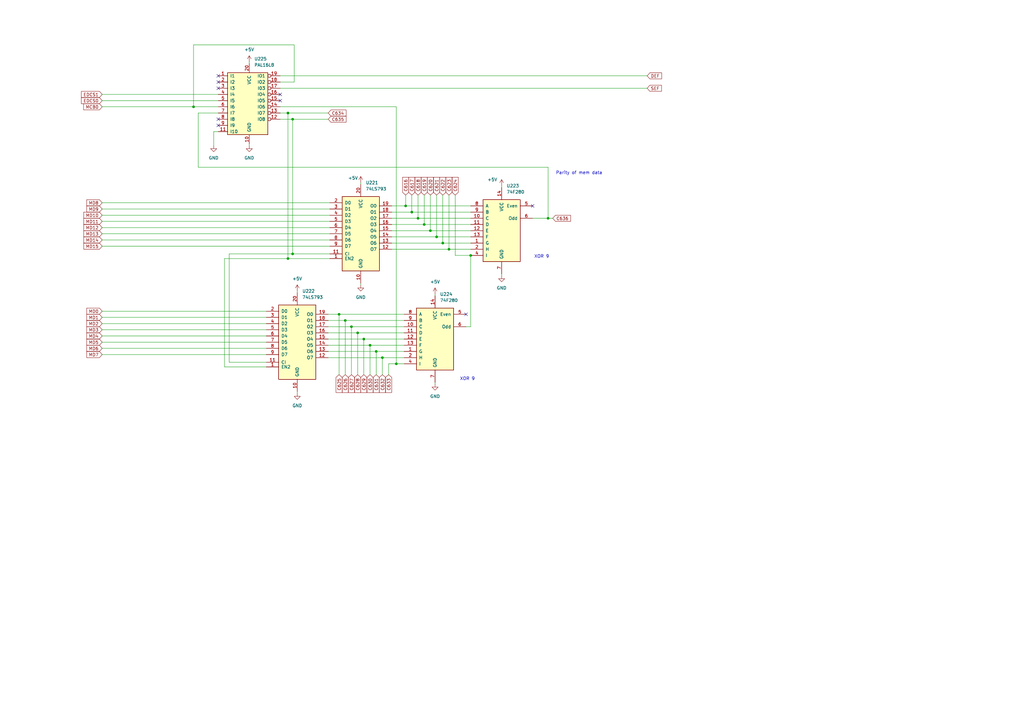
<source format=kicad_sch>
(kicad_sch (version 20211123) (generator eeschema)
  (paper "A3")
  (lib_symbols
    (symbol "74xx:74LS280" (pin_names (offset 1.016))
      (property "Reference" "U" (at -7.62 13.97 0))
      (property "Value" "74LS280" (at -7.62 -13.97 0))
      (symbol "74LS280_1_0"
        (pin input line (at -12.7 -5.08 0) (length 5.08) (name "G") (number "1"))
        (pin input line (at -12.7 5.08 0) (length 5.08) (name "C") (number "10"))
        (pin input line (at -12.7 2.54 0) (length 5.08) (name "D") (number "11"))
        (pin input line (at -12.7 0 0) (length 5.08) (name "E") (number "12"))
        (pin input line (at -12.7 -2.54 0) (length 5.08) (name "F") (number "13"))
        (pin power_in line (at 0 17.78 270) (length 5.08) (name "VCC") (number "14"))
        (pin input line (at -12.7 -7.62 0) (length 5.08) (name "H") (number "2"))
        (pin input line (at -12.7 -10.16 0) (length 5.08) (name "I") (number "4"))
        (pin output line (at 12.7 10.16 180) (length 5.08) (name "Even") (number "5"))
        (pin output line (at 12.7 5.08 180) (length 5.08) (name "Odd") (number "6"))
        (pin power_in line (at 0 -17.78 90) (length 5.08) (name "GND") (number "7"))
        (pin input line (at -12.7 10.16 0) (length 5.08) (name "A") (number "8"))
        (pin input line (at -12.7 7.62 0) (length 5.08) (name "B") (number "9"))
      )
      (symbol "74LS280_1_1"
        (rectangle (start -7.62 12.7) (end 7.62 -12.7) (stroke (width 0.254)) (fill (type background)))
        (pin no_connect line (at 7.62 0 180) (length 2.54) hide (name "NC") (number "3"))
      )
    )
    (symbol "Logic_Programmable:PAL16L8" (pin_names (offset 1.016))
      (property "Reference" "U" (at -8.89 16.51 0))
      (property "Value" "PAL16L8" (at 1.27 16.51 0))
      (symbol "PAL16L8_0_0"
        (pin power_in line (at 0 -15.24 90) (length 3.81) (name "GND") (number "10"))
        (pin power_in line (at 0 17.78 270) (length 3.81) (name "VCC") (number "20"))
      )
      (symbol "PAL16L8_0_1"
        (rectangle (start -8.89 13.97) (end 7.62 -11.43) (stroke (width 0.254)) (fill (type background)))
      )
      (symbol "PAL16L8_1_1"
        (pin input line (at -12.7 12.7 0) (length 3.81) (name "I1") (number "1"))
        (pin input line (at -12.7 -10.16 0) (length 3.81) (name "I10") (number "11"))
        (pin tri_state inverted (at 12.7 -5.08 180) (length 5.08) (name "IO8") (number "12"))
        (pin tri_state inverted (at 12.7 -2.54 180) (length 5.08) (name "IO7") (number "13"))
        (pin tri_state inverted (at 12.7 0 180) (length 5.08) (name "IO6") (number "14"))
        (pin tri_state inverted (at 12.7 2.54 180) (length 5.08) (name "IO5") (number "15"))
        (pin tri_state inverted (at 12.7 5.08 180) (length 5.08) (name "IO4") (number "16"))
        (pin tri_state inverted (at 12.7 7.62 180) (length 5.08) (name "I03") (number "17"))
        (pin tri_state inverted (at 12.7 10.16 180) (length 5.08) (name "IO2") (number "18"))
        (pin tri_state inverted (at 12.7 12.7 180) (length 5.08) (name "IO1") (number "19"))
        (pin input line (at -12.7 10.16 0) (length 3.81) (name "I2") (number "2"))
        (pin input line (at -12.7 7.62 0) (length 3.81) (name "I3") (number "3"))
        (pin input line (at -12.7 5.08 0) (length 3.81) (name "I4") (number "4"))
        (pin input line (at -12.7 2.54 0) (length 3.81) (name "I5") (number "5"))
        (pin input line (at -12.7 0 0) (length 3.81) (name "I6") (number "6"))
        (pin input line (at -12.7 -2.54 0) (length 3.81) (name "I7") (number "7"))
        (pin input line (at -12.7 -5.08 0) (length 3.81) (name "I8") (number "8"))
        (pin input line (at -12.7 -7.62 0) (length 3.81) (name "I9") (number "9"))
      )
    )
    (symbol "power:+5V" (power) (pin_names (offset 0))
      (property "Value" "+5V" (at 0 3.556 0))
      (symbol "+5V_0_1"
        (polyline (pts (xy -0.762 1.27) (xy 0 2.54)))
        (polyline (pts (xy 0 0) (xy 0 2.54)))
        (polyline (pts (xy 0 2.54) (xy 0.762 1.27)))
      )
      (symbol "+5V_1_1"
        (pin power_in line (at 0 0 90) (length 0) hide (name "+5V") (number "1"))
      )
    )
    (symbol "power:GND" (power) (pin_names (offset 0))
      (property "Value" "GND" (at 0 -3.81 0))
      (symbol "GND_0_1"
        (polyline (pts (xy 0 0) (xy 0 -1.27) (xy 1.27 -1.27) (xy 0 -2.54) (xy -1.27 -1.27) (xy 0 -1.27)))
      )
      (symbol "GND_1_1"
        (pin power_in line (at 0 0 270) (length 0) hide (name "GND") (number "1"))
      )
    )
    (symbol "x37:74LS793" (pin_names (offset 1.016))
      (property "Reference" "U" (at -7.62 16.51 0))
      (property "Value" "74LS793" (at -7.62 -16.51 0))
      (symbol "74LS793_1_0"
        (pin input line (at -12.7 -10.16 0) (length 5.08) (name "EN2") (number "1"))
        (pin power_in line (at 0 -20.32 90) (length 5.08) (name "GND") (number "10"))
        (pin tri_state line (at -12.7 -8.255 0) (length 5.08) (name "CI") (number "11"))
        (pin output line (at 12.7 -6.35 180) (length 5.08) (name "O7") (number "12"))
        (pin output line (at 12.7 -3.81 180) (length 5.08) (name "O6") (number "13"))
        (pin output line (at 12.7 -1.27 180) (length 5.08) (name "O5") (number "14"))
        (pin output line (at 12.7 1.27 180) (length 5.08) (name "O4") (number "15"))
        (pin output line (at 12.7 3.81 180) (length 5.08) (name "O3") (number "16"))
        (pin output line (at 12.7 6.35 180) (length 5.08) (name "O2") (number "17"))
        (pin output line (at 12.7 8.89 180) (length 5.08) (name "O1") (number "18"))
        (pin output line (at 12.7 11.43 180) (length 5.08) (name "O0") (number "19"))
        (pin tri_state line (at -12.7 12.7 0) (length 5.08) (name "D0") (number "2"))
        (pin power_in line (at 0 20.32 270) (length 5.08) (name "VCC") (number "20"))
        (pin tri_state line (at -12.7 10.16 0) (length 5.08) (name "D1") (number "3"))
        (pin tri_state line (at -12.7 7.62 0) (length 5.08) (name "D2") (number "4"))
        (pin tri_state line (at -12.7 5.08 0) (length 5.08) (name "D3") (number "5"))
        (pin tri_state line (at -12.7 2.54 0) (length 5.08) (name "D4") (number "6"))
        (pin tri_state line (at -12.7 0 0) (length 5.08) (name "D5") (number "7"))
        (pin tri_state line (at -12.7 -2.54 0) (length 5.08) (name "D6") (number "8"))
        (pin tri_state line (at -12.7 -5.08 0) (length 5.08) (name "D7") (number "9"))
      )
      (symbol "74LS793_1_1"
        (rectangle (start -7.62 15.24) (end 7.62 -15.24) (stroke (width 0.254)) (fill (type background)))
      )
    )
  )
  (junction (at 149.225 139.065))
  (junction (at 162.56 149.225))
  (junction (at 184.15 102.235))
  (junction (at 120.015 48.895))
  (junction (at 118.11 106.045))
  (junction (at 139.065 128.905))
  (junction (at 179.07 97.155))
  (junction (at 173.99 92.075))
  (junction (at 171.45 89.535))
  (junction (at 224.79 89.535))
  (junction (at 176.53 94.615))
  (junction (at 166.37 84.455))
  (junction (at 118.11 46.355))
  (junction (at 141.605 131.445))
  (junction (at 193.04 104.775))
  (junction (at 79.375 43.815))
  (junction (at 154.305 144.145))
  (junction (at 181.61 99.695))
  (junction (at 151.765 141.605))
  (junction (at 146.685 136.525))
  (junction (at 168.91 86.995))
  (junction (at 144.145 133.985))
  (junction (at 120.015 104.14))
  (junction (at 156.845 146.685))
  (no_connect (at 89.535 33.655))
  (no_connect (at 114.935 41.275))
  (no_connect (at 218.44 84.455))
  (no_connect (at 191.135 128.905))
  (no_connect (at 89.535 36.195))
  (no_connect (at 89.535 31.115))
  (no_connect (at 89.535 48.895))
  (no_connect (at 89.535 51.435))
  (no_connect (at 114.935 38.735))
  (wire (pts (xy 41.91 85.725) (xy 135.255 85.725)))
  (wire (pts (xy 81.28 46.355) (xy 89.535 46.355)))
  (wire (pts (xy 149.225 139.065) (xy 165.735 139.065)))
  (wire (pts (xy 176.53 94.615) (xy 193.04 94.615)))
  (wire (pts (xy 159.385 149.225) (xy 162.56 149.225)))
  (wire (pts (xy 120.015 104.14) (xy 120.015 48.895)))
  (wire (pts (xy 154.305 153.67) (xy 154.305 144.145)))
  (wire (pts (xy 41.91 132.715) (xy 109.22 132.715)))
  (wire (pts (xy 191.135 133.985) (xy 193.04 133.985)))
  (wire (pts (xy 154.305 144.145) (xy 165.735 144.145)))
  (wire (pts (xy 224.79 68.58) (xy 81.28 68.58)))
  (wire (pts (xy 179.07 80.01) (xy 179.07 97.155)))
  (wire (pts (xy 139.065 128.905) (xy 165.735 128.905)))
  (wire (pts (xy 162.56 43.815) (xy 162.56 149.225)))
  (wire (pts (xy 149.225 153.67) (xy 149.225 139.065)))
  (wire (pts (xy 114.935 43.815) (xy 162.56 43.815)))
  (wire (pts (xy 41.91 142.875) (xy 109.22 142.875)))
  (wire (pts (xy 147.955 74.93) (xy 147.955 75.565)))
  (wire (pts (xy 92.075 150.495) (xy 92.075 106.045)))
  (wire (pts (xy 87.63 53.975) (xy 89.535 53.975)))
  (wire (pts (xy 134.62 139.065) (xy 149.225 139.065)))
  (wire (pts (xy 109.22 148.59) (xy 93.98 148.59)))
  (wire (pts (xy 224.79 89.535) (xy 224.79 68.58)))
  (wire (pts (xy 41.91 93.345) (xy 135.255 93.345)))
  (wire (pts (xy 92.075 150.495) (xy 109.22 150.495)))
  (wire (pts (xy 178.435 156.845) (xy 178.435 157.48)))
  (wire (pts (xy 144.145 153.67) (xy 144.145 133.985)))
  (wire (pts (xy 92.075 106.045) (xy 118.11 106.045)))
  (wire (pts (xy 93.98 104.14) (xy 120.015 104.14)))
  (wire (pts (xy 121.92 119.38) (xy 121.92 120.015)))
  (wire (pts (xy 193.04 104.775) (xy 193.04 133.985)))
  (wire (pts (xy 141.605 153.67) (xy 141.605 131.445)))
  (wire (pts (xy 41.91 98.425) (xy 135.255 98.425)))
  (wire (pts (xy 205.74 76.2) (xy 205.74 76.835)))
  (wire (pts (xy 79.375 18.415) (xy 120.65 18.415)))
  (wire (pts (xy 134.62 141.605) (xy 151.765 141.605)))
  (wire (pts (xy 41.91 43.815) (xy 79.375 43.815)))
  (wire (pts (xy 184.15 102.235) (xy 193.04 102.235)))
  (wire (pts (xy 118.11 106.045) (xy 135.255 106.045)))
  (wire (pts (xy 141.605 131.445) (xy 165.735 131.445)))
  (wire (pts (xy 166.37 80.01) (xy 166.37 84.455)))
  (wire (pts (xy 160.655 102.235) (xy 184.15 102.235)))
  (wire (pts (xy 160.655 99.695) (xy 181.61 99.695)))
  (wire (pts (xy 151.765 153.67) (xy 151.765 141.605)))
  (wire (pts (xy 156.845 153.67) (xy 156.845 146.685)))
  (wire (pts (xy 135.255 104.14) (xy 120.015 104.14)))
  (wire (pts (xy 160.655 86.995) (xy 168.91 86.995)))
  (wire (pts (xy 171.45 89.535) (xy 193.04 89.535)))
  (wire (pts (xy 218.44 89.535) (xy 224.79 89.535)))
  (wire (pts (xy 87.63 59.69) (xy 87.63 53.975)))
  (wire (pts (xy 120.65 18.415) (xy 120.65 33.655)))
  (wire (pts (xy 114.935 31.115) (xy 265.43 31.115)))
  (wire (pts (xy 102.235 59.055) (xy 102.235 59.69)))
  (wire (pts (xy 134.62 131.445) (xy 141.605 131.445)))
  (wire (pts (xy 184.15 80.01) (xy 184.15 102.235)))
  (wire (pts (xy 118.11 46.355) (xy 134.62 46.355)))
  (wire (pts (xy 41.91 145.415) (xy 109.22 145.415)))
  (wire (pts (xy 160.655 89.535) (xy 171.45 89.535)))
  (wire (pts (xy 159.385 153.67) (xy 159.385 149.225)))
  (wire (pts (xy 186.69 104.775) (xy 193.04 104.775)))
  (wire (pts (xy 41.91 88.265) (xy 135.255 88.265)))
  (wire (pts (xy 41.91 135.255) (xy 109.22 135.255)))
  (wire (pts (xy 205.74 112.395) (xy 205.74 113.03)))
  (wire (pts (xy 41.91 90.805) (xy 135.255 90.805)))
  (wire (pts (xy 41.91 100.965) (xy 135.255 100.965)))
  (wire (pts (xy 41.91 137.795) (xy 109.22 137.795)))
  (wire (pts (xy 144.145 133.985) (xy 165.735 133.985)))
  (wire (pts (xy 156.845 146.685) (xy 165.735 146.685)))
  (wire (pts (xy 160.655 97.155) (xy 179.07 97.155)))
  (wire (pts (xy 121.92 160.655) (xy 121.92 161.29)))
  (wire (pts (xy 146.685 153.67) (xy 146.685 136.525)))
  (wire (pts (xy 118.11 46.355) (xy 118.11 106.045)))
  (wire (pts (xy 134.62 146.685) (xy 156.845 146.685)))
  (wire (pts (xy 186.69 104.775) (xy 186.69 80.01)))
  (wire (pts (xy 134.62 136.525) (xy 146.685 136.525)))
  (wire (pts (xy 41.91 83.185) (xy 135.255 83.185)))
  (wire (pts (xy 79.375 43.815) (xy 89.535 43.815)))
  (wire (pts (xy 41.91 127.635) (xy 109.22 127.635)))
  (wire (pts (xy 151.765 141.605) (xy 165.735 141.605)))
  (wire (pts (xy 134.62 144.145) (xy 154.305 144.145)))
  (wire (pts (xy 160.655 84.455) (xy 166.37 84.455)))
  (wire (pts (xy 114.935 36.195) (xy 265.43 36.195)))
  (wire (pts (xy 168.91 86.995) (xy 193.04 86.995)))
  (wire (pts (xy 134.62 133.985) (xy 144.145 133.985)))
  (wire (pts (xy 179.07 97.155) (xy 193.04 97.155)))
  (wire (pts (xy 162.56 149.225) (xy 165.735 149.225)))
  (wire (pts (xy 168.91 80.01) (xy 168.91 86.995)))
  (wire (pts (xy 102.235 25.4) (xy 102.235 26.035)))
  (wire (pts (xy 146.685 136.525) (xy 165.735 136.525)))
  (wire (pts (xy 224.79 89.535) (xy 226.695 89.535)))
  (wire (pts (xy 93.98 148.59) (xy 93.98 104.14)))
  (wire (pts (xy 181.61 80.01) (xy 181.61 99.695)))
  (wire (pts (xy 166.37 84.455) (xy 193.04 84.455)))
  (wire (pts (xy 41.91 130.175) (xy 109.22 130.175)))
  (wire (pts (xy 79.375 43.815) (xy 79.375 18.415)))
  (wire (pts (xy 171.45 80.01) (xy 171.45 89.535)))
  (wire (pts (xy 41.91 38.735) (xy 89.535 38.735)))
  (wire (pts (xy 139.065 128.905) (xy 139.065 153.67)))
  (wire (pts (xy 120.015 48.895) (xy 134.62 48.895)))
  (wire (pts (xy 41.91 41.275) (xy 89.535 41.275)))
  (wire (pts (xy 41.91 95.885) (xy 135.255 95.885)))
  (wire (pts (xy 173.99 80.01) (xy 173.99 92.075)))
  (wire (pts (xy 81.28 68.58) (xy 81.28 46.355)))
  (wire (pts (xy 181.61 99.695) (xy 193.04 99.695)))
  (wire (pts (xy 120.65 33.655) (xy 114.935 33.655)))
  (wire (pts (xy 41.91 140.335) (xy 109.22 140.335)))
  (wire (pts (xy 114.935 48.895) (xy 120.015 48.895)))
  (wire (pts (xy 147.955 116.205) (xy 147.955 116.84)))
  (wire (pts (xy 178.435 120.65) (xy 178.435 121.285)))
  (wire (pts (xy 173.99 92.075) (xy 193.04 92.075)))
  (wire (pts (xy 160.655 94.615) (xy 176.53 94.615)))
  (wire (pts (xy 134.62 128.905) (xy 139.065 128.905)))
  (wire (pts (xy 176.53 80.01) (xy 176.53 94.615)))
  (wire (pts (xy 114.935 46.355) (xy 118.11 46.355)))
  (wire (pts (xy 160.655 92.075) (xy 173.99 92.075)))
  (text "XOR 9\n" (at 188.595 156.21 0) (effects (font (size 1.27 1.27)) (justify left bottom)))
  (text "XOR 9\n" (at 219.075 106.045 0) (effects (font (size 1.27 1.27)) (justify left bottom)))
  (text "Parity of mem data" (at 227.965 71.755 0) (effects (font (size 1.27 1.27)) (justify left bottom)))
  (global_label "C630" (shape input) (at 151.765 153.67 270) (property "Intersheet References" "${INTERSHEET_REFS}" (effects hide)))
  (global_label "DEF" (shape input) (at 265.43 31.115 0) (property "Intersheet References" "${INTERSHEET_REFS}" (effects hide)))
  (global_label "MD3" (shape input) (at 41.91 135.255 180) (property "Intersheet References" "${INTERSHEET_REFS}" (effects hide)))
  (global_label "MD6" (shape input) (at 41.91 142.875 180) (property "Intersheet References" "${INTERSHEET_REFS}" (effects hide)))
  (global_label "C629" (shape input) (at 149.225 153.67 270) (property "Intersheet References" "${INTERSHEET_REFS}" (effects hide)))
  (global_label "MD9" (shape input) (at 41.91 85.725 180) (property "Intersheet References" "${INTERSHEET_REFS}" (effects hide)))
  (global_label "MD11" (shape input) (at 41.91 90.805 180) (property "Intersheet References" "${INTERSHEET_REFS}" (effects hide)))
  (global_label "MD10" (shape input) (at 41.91 88.265 180) (property "Intersheet References" "${INTERSHEET_REFS}" (effects hide)))
  (global_label "MD13" (shape input) (at 41.91 95.885 180) (property "Intersheet References" "${INTERSHEET_REFS}" (effects hide)))
  (global_label "MD5" (shape input) (at 41.91 140.335 180) (property "Intersheet References" "${INTERSHEET_REFS}" (effects hide)))
  (global_label "C624" (shape input) (at 186.69 80.01 90) (property "Intersheet References" "${INTERSHEET_REFS}" (effects hide)))
  (global_label "MD1" (shape input) (at 41.91 130.175 180) (property "Intersheet References" "${INTERSHEET_REFS}" (effects hide)))
  (global_label "MD0" (shape input) (at 41.91 127.635 180) (property "Intersheet References" "${INTERSHEET_REFS}" (effects hide)))
  (global_label "MCB0" (shape input) (at 41.91 43.815 180) (property "Intersheet References" "${INTERSHEET_REFS}" (effects hide)))
  (global_label "C625" (shape input) (at 139.065 153.67 270) (property "Intersheet References" "${INTERSHEET_REFS}" (effects hide)))
  (global_label "MD7" (shape input) (at 41.91 145.415 180) (property "Intersheet References" "${INTERSHEET_REFS}" (effects hide)))
  (global_label "C623" (shape input) (at 184.15 80.01 90) (property "Intersheet References" "${INTERSHEET_REFS}" (effects hide)))
  (global_label "C622" (shape input) (at 181.61 80.01 90) (property "Intersheet References" "${INTERSHEET_REFS}" (effects hide)))
  (global_label "C632" (shape input) (at 156.845 153.67 270) (property "Intersheet References" "${INTERSHEET_REFS}" (effects hide)))
  (global_label "C619" (shape input) (at 173.99 80.01 90) (property "Intersheet References" "${INTERSHEET_REFS}" (effects hide)))
  (global_label "MD14" (shape input) (at 41.91 98.425 180) (property "Intersheet References" "${INTERSHEET_REFS}" (effects hide)))
  (global_label "C626" (shape input) (at 141.605 153.67 270) (property "Intersheet References" "${INTERSHEET_REFS}" (effects hide)))
  (global_label "C618" (shape input) (at 171.45 80.01 90) (property "Intersheet References" "${INTERSHEET_REFS}" (effects hide)))
  (global_label "C631" (shape input) (at 154.305 153.67 270) (property "Intersheet References" "${INTERSHEET_REFS}" (effects hide)))
  (global_label "MD15" (shape input) (at 41.91 100.965 180) (property "Intersheet References" "${INTERSHEET_REFS}" (effects hide)))
  (global_label "MD12" (shape input) (at 41.91 93.345 180) (property "Intersheet References" "${INTERSHEET_REFS}" (effects hide)))
  (global_label "C634" (shape input) (at 134.62 46.355 0) (property "Intersheet References" "${INTERSHEET_REFS}" (effects hide)))
  (global_label "C633" (shape input) (at 159.385 153.67 270) (property "Intersheet References" "${INTERSHEET_REFS}" (effects hide)))
  (global_label "MD8" (shape input) (at 41.91 83.185 180) (property "Intersheet References" "${INTERSHEET_REFS}" (effects hide)))
  (global_label "EDCS0" (shape input) (at 41.91 41.275 180) (property "Intersheet References" "${INTERSHEET_REFS}" (effects hide)))
  (global_label "C621" (shape input) (at 179.07 80.01 90) (property "Intersheet References" "${INTERSHEET_REFS}" (effects hide)))
  (global_label "C628" (shape input) (at 146.685 153.67 270) (property "Intersheet References" "${INTERSHEET_REFS}" (effects hide)))
  (global_label "C627" (shape input) (at 144.145 153.67 270) (property "Intersheet References" "${INTERSHEET_REFS}" (effects hide)))
  (global_label "C616" (shape input) (at 166.37 80.01 90) (property "Intersheet References" "${INTERSHEET_REFS}" (effects hide)))
  (global_label "C635" (shape input) (at 134.62 48.895 0) (property "Intersheet References" "${INTERSHEET_REFS}" (effects hide)))
  (global_label "MD2" (shape input) (at 41.91 132.715 180) (property "Intersheet References" "${INTERSHEET_REFS}" (effects hide)))
  (global_label "C620" (shape input) (at 176.53 80.01 90) (property "Intersheet References" "${INTERSHEET_REFS}" (effects hide)))
  (global_label "C617" (shape input) (at 168.91 80.01 90) (property "Intersheet References" "${INTERSHEET_REFS}" (effects hide)))
  (global_label "SEF" (shape input) (at 265.43 36.195 0) (property "Intersheet References" "${INTERSHEET_REFS}" (effects hide)))
  (global_label "MD4" (shape input) (at 41.91 137.795 180) (property "Intersheet References" "${INTERSHEET_REFS}" (effects hide)))
  (global_label "EDCS1" (shape input) (at 41.91 38.735 180) (property "Intersheet References" "${INTERSHEET_REFS}" (effects hide)))
  (global_label "C636" (shape input) (at 226.695 89.535 0) (property "Intersheet References" "${INTERSHEET_REFS}" (effects hide)))
  (symbol (lib_id "74xx:74LS280") (at 205.74 94.615 0) (unit 1)
    (property "Reference" "U223" (at 207.7594 76.2 0) (effects (justify left)))
    (property "Value" "74F280" (at 207.7594 78.74 0) (effects (justify left)))
    (property "Footprint" "Package_DIP:DIP-14_W7.62mm" (effects hide))
    (property "Datasheet" "http://www.ti.com/lit/gpn/sn74LS280" (effects hide))
  )
  (symbol (lib_id "power:+5V") (at 102.235 25.4 0) (unit 1)
    (property "Reference" "#PWR0525" (effects hide))
    (property "Value" "+5V" (at 102.235 20.32 0))
  )
  (symbol (lib_id "x37:74LS793") (at 147.955 95.885 0) (unit 1)
    (property "Reference" "U221" (at 149.9744 74.93 0) (effects (justify left)))
    (property "Value" "74LS793" (at 149.9744 77.47 0) (effects (justify left)))
    (property "Footprint" "Package_DIP:DIP-20_W7.62mm" (effects hide))
    (property "Datasheet" "http://www.ti.com/lit/gpn/sn74LS893" (effects hide))
  )
  (symbol (lib_id "power:GND") (at 102.235 59.69 0) (unit 1)
    (property "Reference" "#PWR0523" (effects hide))
    (property "Value" "GND" (at 102.235 64.77 0))
  )
  (symbol (lib_id "74xx:74LS280") (at 178.435 139.065 0) (unit 1)
    (property "Reference" "U224" (at 180.4544 120.65 0) (effects (justify left)))
    (property "Value" "74F280" (at 180.4544 123.19 0) (effects (justify left)))
    (property "Footprint" "Package_DIP:DIP-14_W7.62mm" (effects hide))
    (property "Datasheet" "http://www.ti.com/lit/gpn/sn74LS280" (effects hide))
  )
  (symbol (lib_id "power:GND") (at 205.74 113.03 0) (unit 1)
    (property "Reference" "#PWR0522" (effects hide))
    (property "Value" "GND" (at 205.74 118.11 0))
  )
  (symbol (lib_id "power:GND") (at 147.955 116.84 0) (unit 1)
    (property "Reference" "#PWR0527" (effects hide))
    (property "Value" "GND" (at 147.955 121.92 0))
  )
  (symbol (lib_id "power:+5V") (at 178.435 120.65 0) (unit 1)
    (property "Reference" "#PWR0528" (effects hide))
    (property "Value" "+5V" (at 178.435 115.57 0))
  )
  (symbol (lib_id "power:GND") (at 121.92 161.29 0) (unit 1)
    (property "Reference" "#PWR0530" (effects hide))
    (property "Value" "GND" (at 121.92 166.37 0))
  )
  (symbol (lib_id "Logic_Programmable:PAL16L8") (at 102.235 43.815 0) (unit 1)
    (property "Reference" "U225" (at 104.2544 24.13 0) (effects (justify left)))
    (property "Value" "PAL16L8" (at 104.2544 26.67 0) (effects (justify left)))
    (property "Footprint" "Package_DIP:DIP-20_W7.62mm" (effects hide))
  )
  (symbol (lib_id "power:+5V") (at 147.955 74.93 0) (unit 1)
    (property "Reference" "#PWR0521" (effects hide))
    (property "Value" "+5V" (at 144.78 73.025 0))
  )
  (symbol (lib_id "power:GND") (at 87.63 59.69 0) (unit 1)
    (property "Reference" "#PWR0524" (effects hide))
    (property "Value" "GND" (at 87.63 64.77 0))
  )
  (symbol (lib_id "power:+5V") (at 205.74 76.2 0) (unit 1)
    (property "Reference" "#PWR0520" (effects hide))
    (property "Value" "+5V" (at 201.93 73.66 0))
  )
  (symbol (lib_id "power:+5V") (at 121.92 119.38 0) (unit 1)
    (property "Reference" "#PWR0529" (effects hide))
    (property "Value" "+5V" (at 121.92 114.3 0))
  )
  (symbol (lib_id "power:GND") (at 178.435 157.48 0) (unit 1)
    (property "Reference" "#PWR0526" (effects hide))
    (property "Value" "GND" (at 178.435 162.56 0))
  )
  (symbol (lib_id "x37:74LS793") (at 121.92 140.335 0) (unit 1)
    (property "Reference" "U222" (at 123.9394 119.38 0) (effects (justify left)))
    (property "Value" "74LS793" (at 123.9394 121.92 0) (effects (justify left)))
    (property "Footprint" "Package_DIP:DIP-20_W7.62mm" (effects hide))
    (property "Datasheet" "http://www.ti.com/lit/gpn/sn74LS893" (effects hide))
  )
)
</source>
